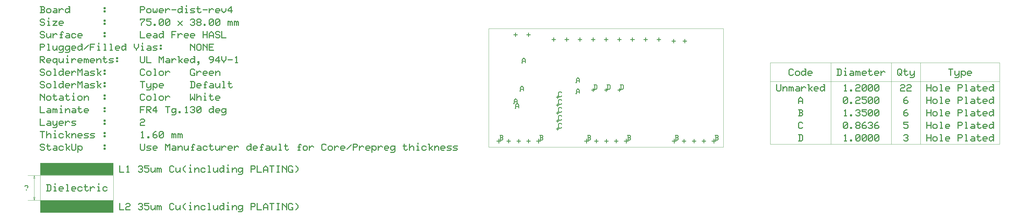
<source format=gbr>
G04 Generated by CADint PCB *
%FSLAX44Y44*%
%MOMM*%
%IPPOS*%
%ADD12C,0.010000*%
%ADD11C,0.225000*%
%ADD10C,0.250000*%
%ADD14C,0.300000*%
%ADD13R,23.332800X4.000000*%
%LNDrill_Template*%
%LPD*%
D10*
X617800Y20000D02*
X629800D01*
X623800Y14000D02*
Y26000D01*
X649600Y20000D02*
X661600D01*
X655600Y14000D02*
Y26000D01*
X681400Y20000D02*
X693400D01*
X687400Y14000D02*
Y26000D01*
X712450Y20000D02*
X725950D01*
X719200Y13250D02*
Y26750D01*
D11*
X722575Y23375D02*
X730075D01*
X732575Y25875D01*
Y28375D01*
X730075Y30875D01*
X725075D01*
X730075D02*
X732575Y33375D01*
Y35875D01*
X730075Y38375D01*
X722575D01*
X725075D02*
Y23375D01*
D10*
X585250Y20000D02*
X598750D01*
X592000Y13250D02*
Y26750D01*
D11*
X595375Y23375D02*
X602875D01*
X605375Y25875D01*
Y28375D01*
X602875Y30875D01*
X597875D01*
X602875D02*
X605375Y33375D01*
Y35875D01*
X602875Y38375D01*
X595375D01*
X597875D02*
Y23375D01*
D10*
X337550Y20000D02*
X349550D01*
X343550Y14000D02*
Y26000D01*
X369350Y20000D02*
X381350D01*
X375350Y14000D02*
Y26000D01*
X401150Y20000D02*
X413150D01*
X407150Y14000D02*
Y26000D01*
X432200Y20000D02*
X445700D01*
X438950Y13250D02*
Y26750D01*
D11*
X442325Y23375D02*
X449825D01*
X452325Y25875D01*
Y28375D01*
X449825Y30875D01*
X444825D01*
X449825D02*
X452325Y33375D01*
Y35875D01*
X449825Y38375D01*
X442325D01*
X444825D02*
Y23375D01*
D10*
X305000Y20000D02*
X318500D01*
X311750Y13250D02*
Y26750D01*
D11*
X315125Y23375D02*
X322625D01*
X325125Y25875D01*
Y28375D01*
X322625Y30875D01*
X317625D01*
X322625D02*
X325125Y33375D01*
Y35875D01*
X322625Y38375D01*
X315125D01*
X317625D02*
Y23375D01*
D10*
X57300Y20000D02*
X69300D01*
X63300Y14000D02*
Y26000D01*
X89100Y20000D02*
X101100D01*
X95100Y14000D02*
Y26000D01*
X120900Y20000D02*
X132900D01*
X126900Y14000D02*
Y26000D01*
X151950Y20000D02*
X165450D01*
X158700Y13250D02*
Y26750D01*
D11*
X162075Y23375D02*
X169575D01*
X172075Y25875D01*
Y28375D01*
X169575Y30875D01*
X164575D01*
X169575D02*
X172075Y33375D01*
Y35875D01*
X169575Y38375D01*
X162075D01*
X164575D02*
Y23375D01*
D10*
X24750Y20000D02*
X38250D01*
X31500Y13250D02*
Y26750D01*
D11*
X34875Y23375D02*
X42375D01*
X44875Y25875D01*
Y28375D01*
X42375Y30875D01*
X37375D01*
X42375D02*
X44875Y33375D01*
Y35875D01*
X42375Y38375D01*
X34875D01*
X37375D02*
Y23375D01*
D10*
X215682Y160200D02*
X224318D01*
X220000Y155882D02*
Y164518D01*
D11*
X232159Y164859D02*
X229659Y162359D01*
X224659D01*
X222159Y164859D01*
Y174859D01*
X224659Y177359D01*
X229659D01*
X232159Y174859D01*
D10*
X215682Y135200D02*
X224318D01*
X220000Y130882D02*
Y139518D01*
D11*
X232159Y139859D02*
X229659Y137359D01*
X224659D01*
X222159Y139859D01*
Y149859D01*
X224659Y152359D01*
X229659D01*
X232159Y149859D01*
D10*
X215682Y109800D02*
X224318D01*
X220000Y105482D02*
Y114118D01*
D11*
X232159Y114459D02*
X229659Y111959D01*
X224659D01*
X222159Y114459D01*
Y124459D01*
X224659Y126959D01*
X229659D01*
X232159Y124459D01*
D10*
X215682Y84400D02*
X224318D01*
X220000Y80082D02*
Y88718D01*
D11*
X232159Y89059D02*
X229659Y86559D01*
X224659D01*
X222159Y89059D01*
Y99059D01*
X224659Y101559D01*
X229659D01*
X232159Y99059D01*
D10*
X215682Y59000D02*
X224318D01*
X220000Y54682D02*
Y63318D01*
D11*
X232159Y63659D02*
X229659Y61159D01*
X224659D01*
X222159Y63659D01*
Y73659D01*
X224659Y76159D01*
X229659D01*
X232159Y73659D01*
D10*
X620000Y340000D02*
X632000D01*
X626000Y334000D02*
Y346000D01*
X585000Y340000D02*
X597000D01*
X591000Y334000D02*
Y346000D01*
X79000Y360000D02*
X91000D01*
X85000Y354000D02*
Y366000D01*
X537000Y345000D02*
X549000D01*
X543000Y339000D02*
Y351000D01*
X495000Y345000D02*
X507000D01*
X501000Y339000D02*
Y351000D01*
X453000Y345000D02*
X465000D01*
X459000Y339000D02*
Y351000D01*
X411000Y345000D02*
X423000D01*
X417000Y339000D02*
Y351000D01*
X369000Y345000D02*
X381000D01*
X375000Y339000D02*
Y351000D01*
X327000Y345000D02*
X339000D01*
X333000Y339000D02*
Y351000D01*
X285000Y345000D02*
X297000D01*
X291000Y339000D02*
Y351000D01*
X243000Y345000D02*
X255000D01*
X249000Y339000D02*
Y351000D01*
X201000Y345000D02*
X213000D01*
X207000Y339000D02*
Y351000D01*
X121000Y360000D02*
X133000D01*
X127000Y354000D02*
Y366000D01*
D12*
X750000Y0D02*
X0D01*
Y380000D01*
X750000D01*
Y0D01*
D10*
X104750Y270000D02*
X107250D01*
X106000Y268750D02*
Y271250D01*
D11*
X106625Y270625D02*
Y280625D01*
X111625Y285625D01*
X116625Y280625D01*
Y270625D01*
Y275625D02*
X106625D01*
D10*
X78750Y140000D02*
X81250D01*
X80000Y138750D02*
Y141250D01*
D11*
X80625Y140625D02*
Y150625D01*
X85625Y155625D01*
X90625Y150625D01*
Y140625D01*
Y145625D02*
X80625D01*
D10*
X277750Y207000D02*
X280250D01*
X279000Y205750D02*
Y208250D01*
D11*
X279625Y207625D02*
Y217625D01*
X284625Y222625D01*
X289625Y217625D01*
Y207625D01*
Y212625D02*
X279625D01*
D10*
X277750Y172000D02*
X280250D01*
X279000Y170750D02*
Y173250D01*
D11*
X279625Y172625D02*
Y182625D01*
X284625Y187625D01*
X289625Y182625D01*
Y172625D01*
Y177625D02*
X279625D01*
D10*
X328000Y183000D02*
X338000D01*
X333000Y178000D02*
Y188000D01*
D11*
X335500Y185500D02*
X343000D01*
X345500Y188000D01*
Y198000D01*
X343000Y200500D01*
X335500D01*
X338000D02*
Y185500D01*
D10*
X370000Y183000D02*
X380000D01*
X375000Y178000D02*
Y188000D01*
D11*
X377500Y185500D02*
X385000D01*
X387500Y188000D01*
Y198000D01*
X385000Y200500D01*
X377500D01*
X380000D02*
Y185500D01*
D10*
X412000Y183000D02*
X422000D01*
X417000Y178000D02*
Y188000D01*
D11*
X419500Y185500D02*
X427000D01*
X429500Y188000D01*
Y198000D01*
X427000Y200500D01*
X419500D01*
X422000D02*
Y185500D01*
D10*
X83750Y125000D02*
X86250D01*
X85000Y123750D02*
Y126250D01*
D11*
X85625Y125625D02*
Y135625D01*
X90625Y140625D01*
X95625Y135625D01*
Y125625D01*
Y130625D02*
X85625D01*
D10*
X98750Y180000D02*
X101250D01*
X100000Y178750D02*
Y181250D01*
D11*
X100625Y180625D02*
Y190625D01*
X105625Y195625D01*
X110625Y190625D01*
Y180625D01*
Y185625D02*
X100625D01*
D14*
X-1433300Y430000D02*
X-1423300D01*
X-1419967Y433333D01*
Y436667D01*
X-1423300Y440000D01*
X-1429967D01*
X-1423300D02*
X-1419967Y443333D01*
Y446667D01*
X-1423300Y450000D01*
X-1433300D01*
X-1429967D02*
Y430000D01*
X-1413300Y433333D02*
Y440000D01*
X-1409967Y443333D01*
X-1403301D01*
X-1399967Y440000D01*
Y433333D01*
X-1403301Y430000D01*
X-1409967D01*
X-1413300Y433333D01*
X-1389968Y443333D02*
X-1383301D01*
X-1379968Y440000D01*
Y430000D01*
Y433333D02*
X-1383301Y430000D01*
X-1389968D01*
X-1393301Y433333D01*
X-1389968Y436667D01*
X-1379968D01*
X-1373301Y430000D02*
Y443333D01*
Y436667D02*
X-1366635Y443333D01*
X-1363302D01*
X-1359968Y440000D01*
X-1339969Y436667D02*
X-1346635Y430000D01*
X-1349969D01*
X-1353302Y433333D01*
Y440000D01*
X-1349969Y443333D01*
X-1343302D01*
X-1339969Y440000D01*
X-1343302Y450000D02*
X-1339969D01*
Y430000D01*
X-1229972Y443333D02*
Y446667D01*
X-1226638D01*
Y443333D01*
X-1229972D01*
Y436667D02*
X-1226638D01*
Y433333D01*
X-1229972D01*
Y436667D01*
X-1113308Y430000D02*
Y450000D01*
X-1103308D01*
X-1099975Y446667D01*
Y443333D01*
X-1103308Y440000D01*
X-1113308D01*
X-1093308Y433333D02*
Y440000D01*
X-1089975Y443333D01*
X-1083309D01*
X-1079975Y440000D01*
Y433333D01*
X-1083309Y430000D01*
X-1089975D01*
X-1093308Y433333D01*
X-1073309Y443333D02*
Y433333D01*
X-1069976Y430000D01*
X-1066642Y433333D01*
Y436667D01*
Y433333D02*
X-1063309Y430000D01*
X-1059976Y433333D01*
Y443333D01*
X-1053309Y436667D02*
X-1039976D01*
Y440000D01*
X-1043310Y443333D01*
X-1049976D01*
X-1053309Y440000D01*
Y433333D01*
X-1049976Y430000D01*
X-1043310D01*
X-1033310D02*
Y443333D01*
Y436667D02*
X-1026643Y443333D01*
X-1023310D01*
X-1019977Y440000D01*
X-1013310D02*
X-999977D01*
X-979978Y436667D02*
X-986644Y430000D01*
X-989978D01*
X-993311Y433333D01*
Y440000D01*
X-989978Y443333D01*
X-983311D01*
X-979978Y440000D01*
X-983311Y450000D02*
X-979978D01*
Y430000D01*
X-969978D02*
X-963312D01*
X-966645D02*
Y443333D01*
X-969978D01*
X-966645Y450000D02*
Y453333D01*
X-953312Y430000D02*
X-943312D01*
X-939979Y433333D01*
X-943312Y436667D01*
X-949979D01*
X-953312Y440000D01*
X-949979Y443333D01*
X-939979D01*
X-933312D02*
X-923313D01*
X-929979Y450000D02*
Y433333D01*
X-926646Y430000D01*
X-923313D01*
X-919979Y433333D01*
X-913313Y440000D02*
X-899980D01*
X-893313Y430000D02*
Y443333D01*
Y436667D02*
X-886647Y443333D01*
X-883314D01*
X-879980Y440000D01*
X-873314Y436667D02*
X-859981D01*
Y440000D01*
X-863314Y443333D01*
X-869981D01*
X-873314Y440000D01*
Y433333D01*
X-869981Y430000D01*
X-863314D01*
X-853314Y443333D02*
Y436667D01*
X-846648Y430000D01*
X-839981Y436667D01*
Y443333D01*
X-819982Y436667D02*
X-833315D01*
Y440000D01*
X-823315Y450000D01*
Y430000D01*
X-1433300Y393333D02*
X-1429967Y390000D01*
X-1423300D01*
X-1419967Y393333D01*
Y396667D01*
X-1423300Y400000D01*
X-1429967D01*
X-1433300Y403333D01*
Y406667D01*
X-1429967Y410000D01*
X-1423300D01*
X-1419967Y406667D01*
X-1409967Y390000D02*
X-1403301D01*
X-1406634D02*
Y403333D01*
X-1409967D01*
X-1406634Y410000D02*
Y413333D01*
X-1393301Y403333D02*
X-1379968D01*
X-1393301Y390000D01*
X-1379968D01*
X-1373301Y396667D02*
X-1359968D01*
Y400000D01*
X-1363302Y403333D01*
X-1369968D01*
X-1373301Y400000D01*
Y393333D01*
X-1369968Y390000D01*
X-1363302D01*
X-1229972Y403333D02*
Y406667D01*
X-1226638D01*
Y403333D01*
X-1229972D01*
Y396667D02*
X-1226638D01*
Y393333D01*
X-1229972D01*
Y396667D01*
X-1109975Y390000D02*
Y396667D01*
X-1099975Y406667D01*
Y410000D01*
X-1113308D01*
Y406667D01*
X-1093308Y393333D02*
X-1089975Y390000D01*
X-1083309D01*
X-1079975Y393333D01*
Y400000D01*
X-1083309Y403333D01*
X-1093308D01*
Y410000D01*
X-1079975D01*
X-1069976Y390000D02*
Y393333D01*
X-1066642D01*
Y390000D01*
X-1069976D01*
X-1053309Y393333D02*
Y406667D01*
X-1049976Y410000D01*
X-1043310D01*
X-1039976Y406667D01*
Y393333D01*
X-1043310Y390000D01*
X-1049976D01*
X-1053309Y393333D01*
X-1039976Y406667D01*
X-1033310Y393333D02*
Y406667D01*
X-1029977Y410000D01*
X-1023310D01*
X-1019977Y406667D01*
Y393333D01*
X-1023310Y390000D01*
X-1029977D01*
X-1033310Y393333D01*
X-1019977Y406667D01*
X-993311Y390000D02*
X-979978Y403333D01*
X-993311D02*
X-979978Y390000D01*
X-953312Y406667D02*
X-949979Y410000D01*
X-943312D01*
X-939979Y406667D01*
Y403333D01*
X-943312Y400000D01*
X-946645D01*
X-943312D02*
X-939979Y396667D01*
Y393333D01*
X-943312Y390000D01*
X-949979D01*
X-953312Y393333D01*
X-933312D02*
Y396667D01*
X-929979Y400000D01*
X-923313D01*
X-919979Y403333D01*
Y406667D01*
X-923313Y410000D01*
X-929979D01*
X-933312Y406667D01*
Y403333D01*
X-929979Y400000D01*
X-923313D02*
X-919979Y396667D01*
Y393333D01*
X-923313Y390000D01*
X-929979D01*
X-933312Y393333D01*
X-909980Y390000D02*
Y393333D01*
X-906646D01*
Y390000D01*
X-909980D01*
X-893313Y393333D02*
Y406667D01*
X-889980Y410000D01*
X-883314D01*
X-879980Y406667D01*
Y393333D01*
X-883314Y390000D01*
X-889980D01*
X-893313Y393333D01*
X-879980Y406667D01*
X-873314Y393333D02*
Y406667D01*
X-869981Y410000D01*
X-863314D01*
X-859981Y406667D01*
Y393333D01*
X-863314Y390000D01*
X-869981D01*
X-873314Y393333D01*
X-859981Y406667D01*
X-833315Y390000D02*
Y403333D01*
Y400000D02*
X-829982Y403333D01*
X-826648Y400000D01*
Y390000D01*
Y400000D02*
X-823315Y403333D01*
X-819982Y400000D01*
Y390000D01*
X-813315D02*
Y403333D01*
Y400000D02*
X-809982Y403333D01*
X-806649Y400000D01*
Y390000D01*
Y400000D02*
X-803316Y403333D01*
X-799982Y400000D01*
Y390000D01*
X-1433300Y353333D02*
X-1429967Y350000D01*
X-1423300D01*
X-1419967Y353333D01*
Y356667D01*
X-1423300Y360000D01*
X-1429967D01*
X-1433300Y363333D01*
Y366667D01*
X-1429967Y370000D01*
X-1423300D01*
X-1419967Y366667D01*
X-1413300Y363333D02*
Y353333D01*
X-1409967Y350000D01*
X-1406634D01*
X-1399967Y356667D01*
Y363333D02*
Y350000D01*
X-1393301D02*
Y363333D01*
Y356667D02*
X-1386634Y363333D01*
X-1383301D01*
X-1379968Y360000D01*
X-1359968Y366667D02*
X-1363302Y370000D01*
X-1366635Y366667D01*
Y350000D01*
X-1363302D02*
X-1369968D01*
Y360000D02*
X-1363302D01*
X-1349969Y363333D02*
X-1343302D01*
X-1339969Y360000D01*
Y350000D01*
Y353333D02*
X-1343302Y350000D01*
X-1349969D01*
X-1353302Y353333D01*
X-1349969Y356667D01*
X-1339969D01*
X-1319969Y360000D02*
X-1323303Y363333D01*
X-1329969D01*
X-1333302Y360000D01*
Y353333D01*
X-1329969Y350000D01*
X-1323303D01*
X-1319969Y353333D01*
X-1313303Y356667D02*
X-1299970D01*
Y360000D01*
X-1303303Y363333D01*
X-1309970D01*
X-1313303Y360000D01*
Y353333D01*
X-1309970Y350000D01*
X-1303303D01*
X-1229972Y363333D02*
Y366667D01*
X-1226638D01*
Y363333D01*
X-1229972D01*
Y356667D02*
X-1226638D01*
Y353333D01*
X-1229972D01*
Y356667D01*
X-1113308Y370000D02*
Y350000D01*
X-1099975D01*
X-1093308Y356667D02*
X-1079975D01*
Y360000D01*
X-1083309Y363333D01*
X-1089975D01*
X-1093308Y360000D01*
Y353333D01*
X-1089975Y350000D01*
X-1083309D01*
X-1069976Y363333D02*
X-1063309D01*
X-1059976Y360000D01*
Y350000D01*
Y353333D02*
X-1063309Y350000D01*
X-1069976D01*
X-1073309Y353333D01*
X-1069976Y356667D01*
X-1059976D01*
X-1039976D02*
X-1046643Y350000D01*
X-1049976D01*
X-1053309Y353333D01*
Y360000D01*
X-1049976Y363333D01*
X-1043310D01*
X-1039976Y360000D01*
X-1043310Y370000D02*
X-1039976D01*
Y350000D01*
X-1013310D02*
Y370000D01*
X-999977D01*
X-1013310Y360000D02*
X-1003311D01*
X-993311Y350000D02*
Y363333D01*
Y356667D02*
X-986644Y363333D01*
X-983311D01*
X-979978Y360000D01*
X-973311Y356667D02*
X-959978D01*
Y360000D01*
X-963312Y363333D01*
X-969978D01*
X-973311Y360000D01*
Y353333D01*
X-969978Y350000D01*
X-963312D01*
X-953312Y356667D02*
X-939979D01*
Y360000D01*
X-943312Y363333D01*
X-949979D01*
X-953312Y360000D01*
Y353333D01*
X-949979Y350000D01*
X-943312D01*
X-913313D02*
Y370000D01*
Y360000D02*
X-899980D01*
Y370000D02*
Y350000D01*
X-893313D02*
Y363333D01*
X-886647Y370000D01*
X-879980Y363333D01*
Y350000D01*
Y356667D02*
X-893313D01*
X-873314Y353333D02*
X-869981Y350000D01*
X-863314D01*
X-859981Y353333D01*
Y356667D01*
X-863314Y360000D01*
X-869981D01*
X-873314Y363333D01*
Y366667D01*
X-869981Y370000D01*
X-863314D01*
X-859981Y366667D01*
X-853314Y370000D02*
Y350000D01*
X-839981D01*
X-1433300Y310000D02*
Y330000D01*
X-1423300D01*
X-1419967Y326667D01*
Y323333D01*
X-1423300Y320000D01*
X-1433300D01*
X-1409967Y330000D02*
X-1406634D01*
Y310000D01*
X-1409967D02*
X-1403301D01*
X-1393301Y323333D02*
Y313333D01*
X-1389968Y310000D01*
X-1386634D01*
X-1379968Y316667D01*
Y323333D02*
Y310000D01*
X-1359968Y320000D02*
X-1363302Y323333D01*
X-1369968D01*
X-1373301Y320000D01*
Y313333D01*
X-1369968Y310000D01*
X-1366635D01*
X-1359968Y316667D01*
Y323333D02*
Y306667D01*
X-1363302Y303333D01*
X-1373301D01*
X-1339969Y320000D02*
X-1343302Y323333D01*
X-1349969D01*
X-1353302Y320000D01*
Y313333D01*
X-1349969Y310000D01*
X-1346635D01*
X-1339969Y316667D01*
Y323333D02*
Y306667D01*
X-1343302Y303333D01*
X-1353302D01*
X-1333302Y316667D02*
X-1319969D01*
Y320000D01*
X-1323303Y323333D01*
X-1329969D01*
X-1333302Y320000D01*
Y313333D01*
X-1329969Y310000D01*
X-1323303D01*
X-1299970Y316667D02*
X-1306636Y310000D01*
X-1309970D01*
X-1313303Y313333D01*
Y320000D01*
X-1309970Y323333D01*
X-1303303D01*
X-1299970Y320000D01*
X-1303303Y330000D02*
X-1299970D01*
Y310000D01*
X-1293303Y313333D02*
X-1279970Y326667D01*
X-1273304Y310000D02*
Y330000D01*
X-1259971D01*
X-1273304Y320000D02*
X-1263304D01*
X-1249971Y310000D02*
X-1243305D01*
X-1246638D02*
Y323333D01*
X-1249971D01*
X-1246638Y330000D02*
Y333333D01*
X-1229972Y330000D02*
X-1226638D01*
Y310000D01*
X-1229972D02*
X-1223305D01*
X-1209972Y330000D02*
X-1206639D01*
Y310000D01*
X-1209972D02*
X-1203306D01*
X-1193306Y316667D02*
X-1179973D01*
Y320000D01*
X-1183306Y323333D01*
X-1189973D01*
X-1193306Y320000D01*
Y313333D01*
X-1189973Y310000D01*
X-1183306D01*
X-1159973Y316667D02*
X-1166640Y310000D01*
X-1169973D01*
X-1173306Y313333D01*
Y320000D01*
X-1169973Y323333D01*
X-1163307D01*
X-1159973Y320000D01*
X-1163307Y330000D02*
X-1159973D01*
Y310000D01*
X-1133307Y330000D02*
Y320000D01*
X-1126641Y313333D01*
Y310000D01*
Y313333D02*
X-1119974Y320000D01*
Y330000D01*
X-1109975Y310000D02*
X-1103308D01*
X-1106641D02*
Y323333D01*
X-1109975D01*
X-1106641Y330000D02*
Y333333D01*
X-1089975Y323333D02*
X-1083309D01*
X-1079975Y320000D01*
Y310000D01*
Y313333D02*
X-1083309Y310000D01*
X-1089975D01*
X-1093308Y313333D01*
X-1089975Y316667D01*
X-1079975D01*
X-1073309Y310000D02*
X-1063309D01*
X-1059976Y313333D01*
X-1063309Y316667D01*
X-1069976D01*
X-1073309Y320000D01*
X-1069976Y323333D01*
X-1059976D01*
X-1049976D02*
Y326667D01*
X-1046643D01*
Y323333D01*
X-1049976D01*
Y316667D02*
X-1046643D01*
Y313333D01*
X-1049976D01*
Y316667D01*
X-953312Y310000D02*
Y330000D01*
X-939979Y316667D01*
Y330000D02*
Y310000D01*
X-933312Y313333D02*
Y326667D01*
X-929979Y330000D01*
X-923313D01*
X-919979Y326667D01*
Y313333D01*
X-923313Y310000D01*
X-929979D01*
X-933312Y313333D01*
X-913313Y310000D02*
Y330000D01*
X-899980Y316667D01*
Y330000D02*
Y310000D01*
X-879980D02*
X-893313D01*
Y330000D01*
X-879980D01*
X-893313Y320000D02*
X-883314D01*
X-1433300Y270000D02*
Y290000D01*
X-1423300D01*
X-1419967Y286667D01*
Y283333D01*
X-1423300Y280000D01*
X-1433300D01*
X-1429967D02*
X-1419967Y270000D01*
X-1413300Y276667D02*
X-1399967D01*
Y280000D01*
X-1403301Y283333D01*
X-1409967D01*
X-1413300Y280000D01*
Y273333D01*
X-1409967Y270000D01*
X-1403301D01*
X-1379968Y276667D02*
X-1386634Y270000D01*
X-1389968D01*
X-1393301Y273333D01*
Y280000D01*
X-1389968Y283333D01*
X-1383301D01*
X-1379968Y280000D01*
Y283333D02*
Y263333D01*
X-1373301Y283333D02*
Y273333D01*
X-1369968Y270000D01*
X-1366635D01*
X-1359968Y276667D01*
Y283333D02*
Y270000D01*
X-1349969D02*
X-1343302D01*
X-1346635D02*
Y283333D01*
X-1349969D01*
X-1346635Y290000D02*
Y293333D01*
X-1333302Y270000D02*
Y283333D01*
Y276667D02*
X-1326636Y283333D01*
X-1323303D01*
X-1319969Y280000D01*
X-1313303Y276667D02*
X-1299970D01*
Y280000D01*
X-1303303Y283333D01*
X-1309970D01*
X-1313303Y280000D01*
Y273333D01*
X-1309970Y270000D01*
X-1303303D01*
X-1293303D02*
Y283333D01*
Y280000D02*
X-1289970Y283333D01*
X-1286637Y280000D01*
Y270000D01*
Y280000D02*
X-1283304Y283333D01*
X-1279970Y280000D01*
Y270000D01*
X-1273304Y276667D02*
X-1259971D01*
Y280000D01*
X-1263304Y283333D01*
X-1269971D01*
X-1273304Y280000D01*
Y273333D01*
X-1269971Y270000D01*
X-1263304D01*
X-1253304D02*
Y283333D01*
Y276667D02*
X-1246638Y283333D01*
X-1243305D01*
X-1239971Y280000D01*
Y270000D01*
X-1233305Y283333D02*
X-1223305D01*
X-1229972Y290000D02*
Y273333D01*
X-1226638Y270000D01*
X-1223305D01*
X-1219972Y273333D01*
X-1213305Y270000D02*
X-1203306D01*
X-1199972Y273333D01*
X-1203306Y276667D01*
X-1209972D01*
X-1213305Y280000D01*
X-1209972Y283333D01*
X-1199972D01*
X-1189973D02*
Y286667D01*
X-1186639D01*
Y283333D01*
X-1189973D01*
Y276667D02*
X-1186639D01*
Y273333D01*
X-1189973D01*
Y276667D01*
X-1113308Y290000D02*
Y273333D01*
X-1109975Y270000D01*
X-1103308D01*
X-1099975Y273333D01*
Y290000D01*
X-1093308D02*
Y270000D01*
X-1079975D01*
X-1053309D02*
Y290000D01*
X-1046643Y283333D01*
Y280000D01*
Y283333D02*
X-1039976Y290000D01*
Y270000D01*
X-1029977Y283333D02*
X-1023310D01*
X-1019977Y280000D01*
Y270000D01*
Y273333D02*
X-1023310Y270000D01*
X-1029977D01*
X-1033310Y273333D01*
X-1029977Y276667D01*
X-1019977D01*
X-1013310Y270000D02*
Y283333D01*
Y276667D02*
X-1006644Y283333D01*
X-1003311D01*
X-999977Y280000D01*
X-989978Y270000D02*
Y290000D01*
X-993311D01*
X-979978Y283333D02*
X-986644Y276667D01*
X-989978D01*
X-986644D02*
X-979978Y270000D01*
X-973311Y276667D02*
X-959978D01*
Y280000D01*
X-963312Y283333D01*
X-969978D01*
X-973311Y280000D01*
Y273333D01*
X-969978Y270000D01*
X-963312D01*
X-939979Y276667D02*
X-946645Y270000D01*
X-949979D01*
X-953312Y273333D01*
Y280000D01*
X-949979Y283333D01*
X-943312D01*
X-939979Y280000D01*
X-943312Y290000D02*
X-939979D01*
Y270000D01*
X-926646D02*
X-929979D01*
Y273333D01*
X-926646D01*
Y266667D01*
X-929979Y263333D01*
X-889980Y270000D02*
X-886647D01*
X-879980Y276667D01*
Y286667D01*
X-883314Y290000D01*
X-889980D01*
X-893313Y286667D01*
Y283333D01*
X-889980Y280000D01*
X-883314D01*
X-879980Y283333D01*
X-859981Y276667D02*
X-873314D01*
Y280000D01*
X-863314Y290000D01*
Y270000D01*
X-853314Y290000D02*
Y280000D01*
X-846648Y273333D01*
Y270000D01*
Y273333D02*
X-839981Y280000D01*
Y290000D01*
X-833315Y280000D02*
X-819982D01*
X-809982Y270000D02*
X-803316D01*
X-806649D02*
Y290000D01*
X-809982Y286667D01*
X-1433300Y233333D02*
X-1429967Y230000D01*
X-1423300D01*
X-1419967Y233333D01*
Y236667D01*
X-1423300Y240000D01*
X-1429967D01*
X-1433300Y243333D01*
Y246667D01*
X-1429967Y250000D01*
X-1423300D01*
X-1419967Y246667D01*
X-1413300Y233333D02*
Y240000D01*
X-1409967Y243333D01*
X-1403301D01*
X-1399967Y240000D01*
Y233333D01*
X-1403301Y230000D01*
X-1409967D01*
X-1413300Y233333D01*
X-1389968Y250000D02*
X-1386634D01*
Y230000D01*
X-1389968D02*
X-1383301D01*
X-1359968Y236667D02*
X-1366635Y230000D01*
X-1369968D01*
X-1373301Y233333D01*
Y240000D01*
X-1369968Y243333D01*
X-1363302D01*
X-1359968Y240000D01*
X-1363302Y250000D02*
X-1359968D01*
Y230000D01*
X-1353302Y236667D02*
X-1339969D01*
Y240000D01*
X-1343302Y243333D01*
X-1349969D01*
X-1353302Y240000D01*
Y233333D01*
X-1349969Y230000D01*
X-1343302D01*
X-1333302D02*
Y243333D01*
Y236667D02*
X-1326636Y243333D01*
X-1323303D01*
X-1319969Y240000D01*
X-1313303Y230000D02*
Y250000D01*
X-1306636Y243333D01*
Y240000D01*
Y243333D02*
X-1299970Y250000D01*
Y230000D01*
X-1289970Y243333D02*
X-1283304D01*
X-1279970Y240000D01*
Y230000D01*
Y233333D02*
X-1283304Y230000D01*
X-1289970D01*
X-1293303Y233333D01*
X-1289970Y236667D01*
X-1279970D01*
X-1273304Y230000D02*
X-1263304D01*
X-1259971Y233333D01*
X-1263304Y236667D01*
X-1269971D01*
X-1273304Y240000D01*
X-1269971Y243333D01*
X-1259971D01*
X-1249971Y230000D02*
Y250000D01*
X-1253304D01*
X-1239971Y243333D02*
X-1246638Y236667D01*
X-1249971D01*
X-1246638D02*
X-1239971Y230000D01*
X-1229972Y243333D02*
Y246667D01*
X-1226638D01*
Y243333D01*
X-1229972D01*
Y236667D02*
X-1226638D01*
Y233333D01*
X-1229972D01*
Y236667D01*
X-1099975Y233333D02*
X-1103308Y230000D01*
X-1109975D01*
X-1113308Y233333D01*
Y246667D01*
X-1109975Y250000D01*
X-1103308D01*
X-1099975Y246667D01*
X-1093308Y233333D02*
Y240000D01*
X-1089975Y243333D01*
X-1083309D01*
X-1079975Y240000D01*
Y233333D01*
X-1083309Y230000D01*
X-1089975D01*
X-1093308Y233333D01*
X-1069976Y250000D02*
X-1066642D01*
Y230000D01*
X-1069976D02*
X-1063309D01*
X-1053309Y233333D02*
Y240000D01*
X-1049976Y243333D01*
X-1043310D01*
X-1039976Y240000D01*
Y233333D01*
X-1043310Y230000D01*
X-1049976D01*
X-1053309Y233333D01*
X-1033310Y230000D02*
Y243333D01*
Y236667D02*
X-1026643Y243333D01*
X-1023310D01*
X-1019977Y240000D01*
X-939979Y246667D02*
X-943312Y250000D01*
X-949979D01*
X-953312Y246667D01*
Y233333D01*
X-949979Y230000D01*
X-939979D01*
Y236667D01*
X-943312D01*
X-933312Y230000D02*
Y243333D01*
Y236667D02*
X-926646Y243333D01*
X-923313D01*
X-919979Y240000D01*
X-913313Y236667D02*
X-899980D01*
Y240000D01*
X-903313Y243333D01*
X-909980D01*
X-913313Y240000D01*
Y233333D01*
X-909980Y230000D01*
X-903313D01*
X-893313Y236667D02*
X-879980D01*
Y240000D01*
X-883314Y243333D01*
X-889980D01*
X-893313Y240000D01*
Y233333D01*
X-889980Y230000D01*
X-883314D01*
X-873314D02*
Y243333D01*
Y236667D02*
X-866647Y243333D01*
X-863314D01*
X-859981Y240000D01*
Y230000D01*
X-1433300Y193333D02*
X-1429967Y190000D01*
X-1423300D01*
X-1419967Y193333D01*
Y196667D01*
X-1423300Y200000D01*
X-1429967D01*
X-1433300Y203333D01*
Y206667D01*
X-1429967Y210000D01*
X-1423300D01*
X-1419967Y206667D01*
X-1413300Y193333D02*
Y200000D01*
X-1409967Y203333D01*
X-1403301D01*
X-1399967Y200000D01*
Y193333D01*
X-1403301Y190000D01*
X-1409967D01*
X-1413300Y193333D01*
X-1389968Y210000D02*
X-1386634D01*
Y190000D01*
X-1389968D02*
X-1383301D01*
X-1359968Y196667D02*
X-1366635Y190000D01*
X-1369968D01*
X-1373301Y193333D01*
Y200000D01*
X-1369968Y203333D01*
X-1363302D01*
X-1359968Y200000D01*
X-1363302Y210000D02*
X-1359968D01*
Y190000D01*
X-1353302Y196667D02*
X-1339969D01*
Y200000D01*
X-1343302Y203333D01*
X-1349969D01*
X-1353302Y200000D01*
Y193333D01*
X-1349969Y190000D01*
X-1343302D01*
X-1333302D02*
Y203333D01*
Y196667D02*
X-1326636Y203333D01*
X-1323303D01*
X-1319969Y200000D01*
X-1313303Y190000D02*
Y210000D01*
X-1306636Y203333D01*
Y200000D01*
Y203333D02*
X-1299970Y210000D01*
Y190000D01*
X-1289970Y203333D02*
X-1283304D01*
X-1279970Y200000D01*
Y190000D01*
Y193333D02*
X-1283304Y190000D01*
X-1289970D01*
X-1293303Y193333D01*
X-1289970Y196667D01*
X-1279970D01*
X-1273304Y190000D02*
X-1263304D01*
X-1259971Y193333D01*
X-1263304Y196667D01*
X-1269971D01*
X-1273304Y200000D01*
X-1269971Y203333D01*
X-1259971D01*
X-1249971Y190000D02*
Y210000D01*
X-1253304D01*
X-1239971Y203333D02*
X-1246638Y196667D01*
X-1249971D01*
X-1246638D02*
X-1239971Y190000D01*
X-1229972Y203333D02*
Y206667D01*
X-1226638D01*
Y203333D01*
X-1229972D01*
Y196667D02*
X-1226638D01*
Y193333D01*
X-1229972D01*
Y196667D01*
X-1106641Y190000D02*
Y210000D01*
X-1113308D02*
X-1099975D01*
X-1093308Y203333D02*
Y193333D01*
X-1089975Y190000D01*
X-1086642D01*
X-1079975Y196667D01*
Y203333D02*
Y186667D01*
X-1083309Y183333D01*
X-1093308D01*
X-1073309D02*
Y203333D01*
Y200000D02*
X-1069976Y203333D01*
X-1063309D01*
X-1059976Y200000D01*
Y193333D01*
X-1063309Y190000D01*
X-1066642D01*
X-1073309Y196667D01*
X-1053309D02*
X-1039976D01*
Y200000D01*
X-1043310Y203333D01*
X-1049976D01*
X-1053309Y200000D01*
Y193333D01*
X-1049976Y190000D01*
X-1043310D01*
X-953312D02*
X-943312D01*
X-939979Y193333D01*
Y206667D01*
X-943312Y210000D01*
X-953312D01*
X-949979D02*
Y190000D01*
X-933312Y196667D02*
X-919979D01*
Y200000D01*
X-923313Y203333D01*
X-929979D01*
X-933312Y200000D01*
Y193333D01*
X-929979Y190000D01*
X-923313D01*
X-899980Y206667D02*
X-903313Y210000D01*
X-906646Y206667D01*
Y190000D01*
X-903313D02*
X-909980D01*
Y200000D02*
X-903313D01*
X-889980Y203333D02*
X-883314D01*
X-879980Y200000D01*
Y190000D01*
Y193333D02*
X-883314Y190000D01*
X-889980D01*
X-893313Y193333D01*
X-889980Y196667D01*
X-879980D01*
X-873314Y203333D02*
Y193333D01*
X-869981Y190000D01*
X-866647D01*
X-859981Y196667D01*
Y203333D02*
Y190000D01*
X-849981Y210000D02*
X-846648D01*
Y190000D01*
X-849981D02*
X-843315D01*
X-833315Y203333D02*
X-823315D01*
X-829982Y210000D02*
Y193333D01*
X-826648Y190000D01*
X-823315D01*
X-819982Y193333D01*
X-1433300Y150000D02*
Y170000D01*
X-1419967Y156667D01*
Y170000D02*
Y150000D01*
X-1413300Y153333D02*
Y160000D01*
X-1409967Y163333D01*
X-1403301D01*
X-1399967Y160000D01*
Y153333D01*
X-1403301Y150000D01*
X-1409967D01*
X-1413300Y153333D01*
X-1393301Y163333D02*
X-1383301D01*
X-1389968Y170000D02*
Y153333D01*
X-1386634Y150000D01*
X-1383301D01*
X-1379968Y153333D01*
X-1369968Y163333D02*
X-1363302D01*
X-1359968Y160000D01*
Y150000D01*
Y153333D02*
X-1363302Y150000D01*
X-1369968D01*
X-1373301Y153333D01*
X-1369968Y156667D01*
X-1359968D01*
X-1353302Y163333D02*
X-1343302D01*
X-1349969Y170000D02*
Y153333D01*
X-1346635Y150000D01*
X-1343302D01*
X-1339969Y153333D01*
X-1329969Y150000D02*
X-1323303D01*
X-1326636D02*
Y163333D01*
X-1329969D01*
X-1326636Y170000D02*
Y173333D01*
X-1313303Y153333D02*
Y160000D01*
X-1309970Y163333D01*
X-1303303D01*
X-1299970Y160000D01*
Y153333D01*
X-1303303Y150000D01*
X-1309970D01*
X-1313303Y153333D01*
X-1293303Y150000D02*
Y163333D01*
Y156667D02*
X-1286637Y163333D01*
X-1283304D01*
X-1279970Y160000D01*
Y150000D01*
X-1229972Y163333D02*
Y166667D01*
X-1226638D01*
Y163333D01*
X-1229972D01*
Y156667D02*
X-1226638D01*
Y153333D01*
X-1229972D01*
Y156667D01*
X-1099975Y153333D02*
X-1103308Y150000D01*
X-1109975D01*
X-1113308Y153333D01*
Y166667D01*
X-1109975Y170000D01*
X-1103308D01*
X-1099975Y166667D01*
X-1093308Y153333D02*
Y160000D01*
X-1089975Y163333D01*
X-1083309D01*
X-1079975Y160000D01*
Y153333D01*
X-1083309Y150000D01*
X-1089975D01*
X-1093308Y153333D01*
X-1069976Y170000D02*
X-1066642D01*
Y150000D01*
X-1069976D02*
X-1063309D01*
X-1053309Y153333D02*
Y160000D01*
X-1049976Y163333D01*
X-1043310D01*
X-1039976Y160000D01*
Y153333D01*
X-1043310Y150000D01*
X-1049976D01*
X-1053309Y153333D01*
X-1033310Y150000D02*
Y163333D01*
Y156667D02*
X-1026643Y163333D01*
X-1023310D01*
X-1019977Y160000D01*
X-953312Y170000D02*
Y150000D01*
X-946645Y156667D01*
Y160000D01*
Y156667D02*
X-939979Y150000D01*
Y170000D01*
X-933312Y150000D02*
Y170000D01*
Y156667D02*
X-926646Y163333D01*
X-923313D01*
X-919979Y160000D01*
Y150000D01*
X-909980D02*
X-903313D01*
X-906646D02*
Y163333D01*
X-909980D01*
X-906646Y170000D02*
Y173333D01*
X-893313Y163333D02*
X-883314D01*
X-889980Y170000D02*
Y153333D01*
X-886647Y150000D01*
X-883314D01*
X-879980Y153333D01*
X-873314Y156667D02*
X-859981D01*
Y160000D01*
X-863314Y163333D01*
X-869981D01*
X-873314Y160000D01*
Y153333D01*
X-869981Y150000D01*
X-863314D01*
X-1433300Y130000D02*
Y110000D01*
X-1419967D01*
X-1409967Y123333D02*
X-1403301D01*
X-1399967Y120000D01*
Y110000D01*
Y113333D02*
X-1403301Y110000D01*
X-1409967D01*
X-1413300Y113333D01*
X-1409967Y116667D01*
X-1399967D01*
X-1393301Y110000D02*
Y123333D01*
Y120000D02*
X-1389968Y123333D01*
X-1386634Y120000D01*
Y110000D01*
Y120000D02*
X-1383301Y123333D01*
X-1379968Y120000D01*
Y110000D01*
X-1369968D02*
X-1363302D01*
X-1366635D02*
Y123333D01*
X-1369968D01*
X-1366635Y130000D02*
Y133333D01*
X-1353302Y110000D02*
Y123333D01*
Y116667D02*
X-1346635Y123333D01*
X-1343302D01*
X-1339969Y120000D01*
Y110000D01*
X-1329969Y123333D02*
X-1323303D01*
X-1319969Y120000D01*
Y110000D01*
Y113333D02*
X-1323303Y110000D01*
X-1329969D01*
X-1333302Y113333D01*
X-1329969Y116667D01*
X-1319969D01*
X-1313303Y123333D02*
X-1303303D01*
X-1309970Y130000D02*
Y113333D01*
X-1306636Y110000D01*
X-1303303D01*
X-1299970Y113333D01*
X-1293303Y116667D02*
X-1279970D01*
Y120000D01*
X-1283304Y123333D01*
X-1289970D01*
X-1293303Y120000D01*
Y113333D01*
X-1289970Y110000D01*
X-1283304D01*
X-1229972Y123333D02*
Y126667D01*
X-1226638D01*
Y123333D01*
X-1229972D01*
Y116667D02*
X-1226638D01*
Y113333D01*
X-1229972D01*
Y116667D01*
X-1113308Y110000D02*
Y130000D01*
X-1099975D01*
X-1113308Y120000D02*
X-1103308D01*
X-1093308Y110000D02*
Y130000D01*
X-1083309D01*
X-1079975Y126667D01*
Y123333D01*
X-1083309Y120000D01*
X-1093308D01*
X-1089975D02*
X-1079975Y110000D01*
X-1059976Y116667D02*
X-1073309D01*
Y120000D01*
X-1063309Y130000D01*
Y110000D01*
X-1026643D02*
Y130000D01*
X-1033310D02*
X-1019977D01*
X-999977Y120000D02*
X-1003311Y123333D01*
X-1009977D01*
X-1013310Y120000D01*
Y113333D01*
X-1009977Y110000D01*
X-1006644D01*
X-999977Y116667D01*
Y123333D02*
Y106667D01*
X-1003311Y103333D01*
X-1013310D01*
X-989978Y110000D02*
Y113333D01*
X-986644D01*
Y110000D01*
X-989978D01*
X-969978D02*
X-963312D01*
X-966645D02*
Y130000D01*
X-969978Y126667D01*
X-953312D02*
X-949979Y130000D01*
X-943312D01*
X-939979Y126667D01*
Y123333D01*
X-943312Y120000D01*
X-946645D01*
X-943312D02*
X-939979Y116667D01*
Y113333D01*
X-943312Y110000D01*
X-949979D01*
X-953312Y113333D01*
X-933312D02*
Y126667D01*
X-929979Y130000D01*
X-923313D01*
X-919979Y126667D01*
Y113333D01*
X-923313Y110000D01*
X-929979D01*
X-933312Y113333D01*
X-919979Y126667D01*
X-879980Y116667D02*
X-886647Y110000D01*
X-889980D01*
X-893313Y113333D01*
Y120000D01*
X-889980Y123333D01*
X-883314D01*
X-879980Y120000D01*
X-883314Y130000D02*
X-879980D01*
Y110000D01*
X-873314Y116667D02*
X-859981D01*
Y120000D01*
X-863314Y123333D01*
X-869981D01*
X-873314Y120000D01*
Y113333D01*
X-869981Y110000D01*
X-863314D01*
X-839981Y120000D02*
X-843315Y123333D01*
X-849981D01*
X-853314Y120000D01*
Y113333D01*
X-849981Y110000D01*
X-846648D01*
X-839981Y116667D01*
Y123333D02*
Y106667D01*
X-843315Y103333D01*
X-853314D01*
X-1433300Y90000D02*
Y70000D01*
X-1419967D01*
X-1409967Y83333D02*
X-1403301D01*
X-1399967Y80000D01*
Y70000D01*
Y73333D02*
X-1403301Y70000D01*
X-1409967D01*
X-1413300Y73333D01*
X-1409967Y76667D01*
X-1399967D01*
X-1393301Y83333D02*
Y73333D01*
X-1389968Y70000D01*
X-1386634D01*
X-1379968Y76667D01*
Y83333D02*
Y66667D01*
X-1383301Y63333D01*
X-1393301D01*
X-1373301Y76667D02*
X-1359968D01*
Y80000D01*
X-1363302Y83333D01*
X-1369968D01*
X-1373301Y80000D01*
Y73333D01*
X-1369968Y70000D01*
X-1363302D01*
X-1353302D02*
Y83333D01*
Y76667D02*
X-1346635Y83333D01*
X-1343302D01*
X-1339969Y80000D01*
X-1333302Y70000D02*
X-1323303D01*
X-1319969Y73333D01*
X-1323303Y76667D01*
X-1329969D01*
X-1333302Y80000D01*
X-1329969Y83333D01*
X-1319969D01*
X-1229972D02*
Y86667D01*
X-1226638D01*
Y83333D01*
X-1229972D01*
Y76667D02*
X-1226638D01*
Y73333D01*
X-1229972D01*
Y76667D01*
X-1113308Y86667D02*
X-1109975Y90000D01*
X-1103308D01*
X-1099975Y86667D01*
Y83333D01*
X-1103308Y80000D01*
X-1109975D01*
X-1113308Y76667D01*
Y70000D01*
X-1099975D01*
X-1426633Y30000D02*
Y50000D01*
X-1433300D02*
X-1419967D01*
X-1413300Y30000D02*
Y50000D01*
Y36667D02*
X-1406634Y43333D01*
X-1403301D01*
X-1399967Y40000D01*
Y30000D01*
X-1389968D02*
X-1383301D01*
X-1386634D02*
Y43333D01*
X-1389968D01*
X-1386634Y50000D02*
Y53333D01*
X-1359968Y40000D02*
X-1363302Y43333D01*
X-1369968D01*
X-1373301Y40000D01*
Y33333D01*
X-1369968Y30000D01*
X-1363302D01*
X-1359968Y33333D01*
X-1349969Y30000D02*
Y50000D01*
X-1353302D01*
X-1339969Y43333D02*
X-1346635Y36667D01*
X-1349969D01*
X-1346635D02*
X-1339969Y30000D01*
X-1333302D02*
Y43333D01*
Y36667D02*
X-1326636Y43333D01*
X-1323303D01*
X-1319969Y40000D01*
Y30000D01*
X-1313303Y36667D02*
X-1299970D01*
Y40000D01*
X-1303303Y43333D01*
X-1309970D01*
X-1313303Y40000D01*
Y33333D01*
X-1309970Y30000D01*
X-1303303D01*
X-1293303D02*
X-1283304D01*
X-1279970Y33333D01*
X-1283304Y36667D01*
X-1289970D01*
X-1293303Y40000D01*
X-1289970Y43333D01*
X-1279970D01*
X-1273304Y30000D02*
X-1263304D01*
X-1259971Y33333D01*
X-1263304Y36667D01*
X-1269971D01*
X-1273304Y40000D01*
X-1269971Y43333D01*
X-1259971D01*
X-1229972D02*
Y46667D01*
X-1226638D01*
Y43333D01*
X-1229972D01*
Y36667D02*
X-1226638D01*
Y33333D01*
X-1229972D01*
Y36667D01*
X-1109975Y30000D02*
X-1103308D01*
X-1106641D02*
Y50000D01*
X-1109975Y46667D01*
X-1089975Y30000D02*
Y33333D01*
X-1086642D01*
Y30000D01*
X-1089975D01*
X-1073309Y36667D02*
X-1069976Y40000D01*
X-1063309D01*
X-1059976Y36667D01*
Y33333D01*
X-1063309Y30000D01*
X-1069976D01*
X-1073309Y33333D01*
Y43333D01*
X-1066642Y50000D01*
X-1063309D01*
X-1053309Y33333D02*
Y46667D01*
X-1049976Y50000D01*
X-1043310D01*
X-1039976Y46667D01*
Y33333D01*
X-1043310Y30000D01*
X-1049976D01*
X-1053309Y33333D01*
X-1039976Y46667D01*
X-1013310Y30000D02*
Y43333D01*
Y40000D02*
X-1009977Y43333D01*
X-1006644Y40000D01*
Y30000D01*
Y40000D02*
X-1003311Y43333D01*
X-999977Y40000D01*
Y30000D01*
X-993311D02*
Y43333D01*
Y40000D02*
X-989978Y43333D01*
X-986644Y40000D01*
Y30000D01*
Y40000D02*
X-983311Y43333D01*
X-979978Y40000D01*
Y30000D01*
X-1433300Y-6667D02*
X-1429967Y-10000D01*
X-1423300D01*
X-1419967Y-6667D01*
Y-3333D01*
X-1423300Y0D01*
X-1429967D01*
X-1433300Y3333D01*
Y6667D01*
X-1429967Y10000D01*
X-1423300D01*
X-1419967Y6667D01*
X-1413300Y3333D02*
X-1403301D01*
X-1409967Y10000D02*
Y-6667D01*
X-1406634Y-10000D01*
X-1403301D01*
X-1399967Y-6667D01*
X-1389968Y3333D02*
X-1383301D01*
X-1379968Y0D01*
Y-10000D01*
Y-6667D02*
X-1383301Y-10000D01*
X-1389968D01*
X-1393301Y-6667D01*
X-1389968Y-3333D01*
X-1379968D01*
X-1359968Y0D02*
X-1363302Y3333D01*
X-1369968D01*
X-1373301Y0D01*
Y-6667D01*
X-1369968Y-10000D01*
X-1363302D01*
X-1359968Y-6667D01*
X-1349969Y-10000D02*
Y10000D01*
X-1353302D01*
X-1339969Y3333D02*
X-1346635Y-3333D01*
X-1349969D01*
X-1346635D02*
X-1339969Y-10000D01*
X-1333302Y10000D02*
Y-6667D01*
X-1329969Y-10000D01*
X-1323303D01*
X-1319969Y-6667D01*
Y10000D01*
X-1313303Y-16667D02*
Y3333D01*
Y0D02*
X-1309970Y3333D01*
X-1303303D01*
X-1299970Y0D01*
Y-6667D01*
X-1303303Y-10000D01*
X-1306636D01*
X-1313303Y-3333D01*
X-1229972Y3333D02*
Y6667D01*
X-1226638D01*
Y3333D01*
X-1229972D01*
Y-3333D02*
X-1226638D01*
Y-6667D01*
X-1229972D01*
Y-3333D01*
X-1113308Y10000D02*
Y-6667D01*
X-1109975Y-10000D01*
X-1103308D01*
X-1099975Y-6667D01*
Y10000D01*
X-1093308Y-10000D02*
X-1083309D01*
X-1079975Y-6667D01*
X-1083309Y-3333D01*
X-1089975D01*
X-1093308Y0D01*
X-1089975Y3333D01*
X-1079975D01*
X-1073309Y-3333D02*
X-1059976D01*
Y0D01*
X-1063309Y3333D01*
X-1069976D01*
X-1073309Y0D01*
Y-6667D01*
X-1069976Y-10000D01*
X-1063309D01*
X-1033310D02*
Y10000D01*
X-1026643Y3333D01*
Y0D01*
Y3333D02*
X-1019977Y10000D01*
Y-10000D01*
X-1009977Y3333D02*
X-1003311D01*
X-999977Y0D01*
Y-10000D01*
Y-6667D02*
X-1003311Y-10000D01*
X-1009977D01*
X-1013310Y-6667D01*
X-1009977Y-3333D01*
X-999977D01*
X-993311Y-10000D02*
Y3333D01*
Y-3333D02*
X-986644Y3333D01*
X-983311D01*
X-979978Y0D01*
Y-10000D01*
X-973311Y3333D02*
Y-6667D01*
X-969978Y-10000D01*
X-966645D01*
X-959978Y-3333D01*
Y3333D02*
Y-10000D01*
X-939979Y6667D02*
X-943312Y10000D01*
X-946645Y6667D01*
Y-10000D01*
X-943312D02*
X-949979D01*
Y0D02*
X-943312D01*
X-929979Y3333D02*
X-923313D01*
X-919979Y0D01*
Y-10000D01*
Y-6667D02*
X-923313Y-10000D01*
X-929979D01*
X-933312Y-6667D01*
X-929979Y-3333D01*
X-919979D01*
X-899980Y0D02*
X-903313Y3333D01*
X-909980D01*
X-913313Y0D01*
Y-6667D01*
X-909980Y-10000D01*
X-903313D01*
X-899980Y-6667D01*
X-893313Y3333D02*
X-883314D01*
X-889980Y10000D02*
Y-6667D01*
X-886647Y-10000D01*
X-883314D01*
X-879980Y-6667D01*
X-873314Y3333D02*
Y-6667D01*
X-869981Y-10000D01*
X-866647D01*
X-859981Y-3333D01*
Y3333D02*
Y-10000D01*
X-853314D02*
Y3333D01*
Y-3333D02*
X-846648Y3333D01*
X-843315D01*
X-839981Y0D01*
X-833315Y-3333D02*
X-819982D01*
Y0D01*
X-823315Y3333D01*
X-829982D01*
X-833315Y0D01*
Y-6667D01*
X-829982Y-10000D01*
X-823315D01*
X-813315D02*
Y3333D01*
Y-3333D02*
X-806649Y3333D01*
X-803316D01*
X-799982Y0D01*
X-759983Y-3333D02*
X-766650Y-10000D01*
X-769983D01*
X-773316Y-6667D01*
Y0D01*
X-769983Y3333D01*
X-763317D01*
X-759983Y0D01*
X-763317Y10000D02*
X-759983D01*
Y-10000D01*
X-753317Y-3333D02*
X-739984D01*
Y0D01*
X-743317Y3333D01*
X-749984D01*
X-753317Y0D01*
Y-6667D01*
X-749984Y-10000D01*
X-743317D01*
X-719984Y6667D02*
X-723318Y10000D01*
X-726651Y6667D01*
Y-10000D01*
X-723318D02*
X-729984D01*
Y0D02*
X-723318D01*
X-709985Y3333D02*
X-703318D01*
X-699985Y0D01*
Y-10000D01*
Y-6667D02*
X-703318Y-10000D01*
X-709985D01*
X-713318Y-6667D01*
X-709985Y-3333D01*
X-699985D01*
X-693318Y3333D02*
Y-6667D01*
X-689985Y-10000D01*
X-686652D01*
X-679985Y-3333D01*
Y3333D02*
Y-10000D01*
X-669986Y10000D02*
X-666652D01*
Y-10000D01*
X-669986D02*
X-663319D01*
X-653319Y3333D02*
X-643320D01*
X-649986Y10000D02*
Y-6667D01*
X-646653Y-10000D01*
X-643320D01*
X-639986Y-6667D01*
X-599987Y6667D02*
X-603321Y10000D01*
X-606654Y6667D01*
Y-10000D01*
X-603321D02*
X-609987D01*
Y0D02*
X-603321D01*
X-593321Y-6667D02*
Y0D01*
X-589988Y3333D01*
X-583321D01*
X-579988Y0D01*
Y-6667D01*
X-583321Y-10000D01*
X-589988D01*
X-593321Y-6667D01*
X-573321Y-10000D02*
Y3333D01*
Y-3333D02*
X-566655Y3333D01*
X-563322D01*
X-559988Y0D01*
X-519989Y-6667D02*
X-523323Y-10000D01*
X-529989D01*
X-533322Y-6667D01*
Y6667D01*
X-529989Y10000D01*
X-523323D01*
X-519989Y6667D01*
X-513323Y-6667D02*
Y0D01*
X-509990Y3333D01*
X-503323D01*
X-499990Y0D01*
Y-6667D01*
X-503323Y-10000D01*
X-509990D01*
X-513323Y-6667D01*
X-493323Y-10000D02*
Y3333D01*
Y-3333D02*
X-486657Y3333D01*
X-483324D01*
X-479990Y0D01*
X-473324Y-3333D02*
X-459991D01*
Y0D01*
X-463324Y3333D01*
X-469991D01*
X-473324Y0D01*
Y-6667D01*
X-469991Y-10000D01*
X-463324D01*
X-453324Y-6667D02*
X-439991Y6667D01*
X-433325Y-10000D02*
Y10000D01*
X-423325D01*
X-419992Y6667D01*
Y3333D01*
X-423325Y0D01*
X-433325D01*
X-413325Y-10000D02*
Y3333D01*
Y-3333D02*
X-406659Y3333D01*
X-403326D01*
X-399992Y0D01*
X-393326Y-3333D02*
X-379993D01*
Y0D01*
X-383326Y3333D01*
X-389993D01*
X-393326Y0D01*
Y-6667D01*
X-389993Y-10000D01*
X-383326D01*
X-373326Y-16667D02*
Y3333D01*
Y0D02*
X-369993Y3333D01*
X-363327D01*
X-359993Y0D01*
Y-6667D01*
X-363327Y-10000D01*
X-366660D01*
X-373326Y-3333D01*
X-353327Y-10000D02*
Y3333D01*
Y-3333D02*
X-346660Y3333D01*
X-343327D01*
X-339994Y0D01*
X-333327Y-3333D02*
X-319994D01*
Y0D01*
X-323328Y3333D01*
X-329994D01*
X-333327Y0D01*
Y-6667D01*
X-329994Y-10000D01*
X-323328D01*
X-299995Y0D02*
X-303328Y3333D01*
X-309995D01*
X-313328Y0D01*
Y-6667D01*
X-309995Y-10000D01*
X-306661D01*
X-299995Y-3333D01*
Y3333D02*
Y-13333D01*
X-303328Y-16667D01*
X-313328D01*
X-273329Y3333D02*
X-263329D01*
X-269996Y10000D02*
Y-6667D01*
X-266662Y-10000D01*
X-263329D01*
X-259996Y-6667D01*
X-253329Y-10000D02*
Y10000D01*
Y-3333D02*
X-246663Y3333D01*
X-243330D01*
X-239996Y0D01*
Y-10000D01*
X-229997D02*
X-223330D01*
X-226663D02*
Y3333D01*
X-229997D01*
X-226663Y10000D02*
Y13333D01*
X-199997Y0D02*
X-203331Y3333D01*
X-209997D01*
X-213330Y0D01*
Y-6667D01*
X-209997Y-10000D01*
X-203331D01*
X-199997Y-6667D01*
X-189998Y-10000D02*
Y10000D01*
X-193331D01*
X-179998Y3333D02*
X-186664Y-3333D01*
X-189998D01*
X-186664D02*
X-179998Y-10000D01*
X-173331D02*
Y3333D01*
Y-3333D02*
X-166665Y3333D01*
X-163332D01*
X-159998Y0D01*
Y-10000D01*
X-153332Y-3333D02*
X-139999D01*
Y0D01*
X-143332Y3333D01*
X-149999D01*
X-153332Y0D01*
Y-6667D01*
X-149999Y-10000D01*
X-143332D01*
X-133332D02*
X-123333D01*
X-119999Y-6667D01*
X-123333Y-3333D01*
X-129999D01*
X-133332Y0D01*
X-129999Y3333D01*
X-119999D01*
X-113333Y-10000D02*
X-103333D01*
X-100000Y-6667D01*
X-103333Y-3333D01*
X-110000D01*
X-113333Y0D01*
X-110000Y3333D01*
X-100000D01*
D13*
X-1316636Y-70000D03*
D14*
X-1179972Y-60000D02*
Y-80000D01*
X-1166639D01*
X-1156639D02*
X-1149973D01*
X-1153306D02*
Y-60000D01*
X-1156639Y-63333D01*
X-1119973D02*
X-1116640Y-60000D01*
X-1109974D01*
X-1106640Y-63333D01*
Y-66667D01*
X-1109974Y-70000D01*
X-1113307D01*
X-1109974D02*
X-1106640Y-73333D01*
Y-76667D01*
X-1109974Y-80000D01*
X-1116640D01*
X-1119973Y-76667D01*
X-1099974D02*
X-1096641Y-80000D01*
X-1089974D01*
X-1086641Y-76667D01*
Y-70000D01*
X-1089974Y-66667D01*
X-1099974D01*
Y-60000D01*
X-1086641D01*
X-1079974Y-66667D02*
Y-76667D01*
X-1076641Y-80000D01*
X-1073308D01*
X-1066641Y-73333D01*
Y-66667D02*
Y-80000D01*
X-1059975D02*
Y-66667D01*
Y-70000D02*
X-1056642Y-66667D01*
X-1053308Y-70000D01*
Y-80000D01*
Y-70000D02*
X-1049975Y-66667D01*
X-1046642Y-70000D01*
Y-80000D01*
X-1006643Y-76667D02*
X-1009976Y-80000D01*
X-1016643D01*
X-1019976Y-76667D01*
Y-63333D01*
X-1016643Y-60000D01*
X-1009976D01*
X-1006643Y-63333D01*
X-999976Y-66667D02*
Y-76667D01*
X-996643Y-80000D01*
X-993310D01*
X-986643Y-73333D01*
Y-66667D02*
Y-80000D01*
X-969977Y-60000D02*
X-976644Y-66667D01*
Y-73333D01*
X-969977Y-80000D01*
X-956644D02*
X-949978D01*
X-953311D02*
Y-66667D01*
X-956644D01*
X-953311Y-60000D02*
Y-56667D01*
X-939978Y-80000D02*
Y-66667D01*
Y-73333D02*
X-933311Y-66667D01*
X-929978D01*
X-926645Y-70000D01*
Y-80000D01*
X-906645Y-70000D02*
X-909979Y-66667D01*
X-916645D01*
X-919978Y-70000D01*
Y-76667D01*
X-916645Y-80000D01*
X-909979D01*
X-906645Y-76667D01*
X-896646Y-60000D02*
X-893312D01*
Y-80000D01*
X-896646D02*
X-889979D01*
X-879979Y-66667D02*
Y-76667D01*
X-876646Y-80000D01*
X-873313D01*
X-866646Y-73333D01*
Y-66667D02*
Y-80000D01*
X-846647Y-73333D02*
X-853313Y-80000D01*
X-856647D01*
X-859980Y-76667D01*
Y-70000D01*
X-856647Y-66667D01*
X-849980D01*
X-846647Y-70000D01*
X-849980Y-60000D02*
X-846647D01*
Y-80000D01*
X-836647D02*
X-829981D01*
X-833314D02*
Y-66667D01*
X-836647D01*
X-833314Y-60000D02*
Y-56667D01*
X-819981Y-80000D02*
Y-66667D01*
Y-73333D02*
X-813314Y-66667D01*
X-809981D01*
X-806648Y-70000D01*
Y-80000D01*
X-786648Y-70000D02*
X-789982Y-66667D01*
X-796648D01*
X-799981Y-70000D01*
Y-76667D01*
X-796648Y-80000D01*
X-793315D01*
X-786648Y-73333D01*
Y-66667D02*
Y-83333D01*
X-789982Y-86667D01*
X-799981D01*
X-759982Y-80000D02*
Y-60000D01*
X-749983D01*
X-746649Y-63333D01*
Y-66667D01*
X-749983Y-70000D01*
X-759982D01*
X-739983Y-60000D02*
Y-80000D01*
X-726650D01*
X-719983D02*
Y-66667D01*
X-713317Y-60000D01*
X-706650Y-66667D01*
Y-80000D01*
Y-73333D02*
X-719983D01*
X-693317Y-80000D02*
Y-60000D01*
X-699984D02*
X-686651D01*
X-676651Y-80000D02*
X-669985D01*
X-673318D02*
Y-60000D01*
X-676651D02*
X-669985D01*
X-659985Y-80000D02*
Y-60000D01*
X-646652Y-73333D01*
Y-60000D02*
Y-80000D01*
X-626652Y-63333D02*
X-629986Y-60000D01*
X-636652D01*
X-639985Y-63333D01*
Y-76667D01*
X-636652Y-80000D01*
X-626652D01*
Y-73333D01*
X-629986D01*
X-616653Y-60000D02*
X-609986Y-66667D01*
Y-73333D01*
X-616653Y-80000D01*
D12*
X-1433300Y-170000D02*
X-1199972D01*
Y-90000D01*
X-1433300D01*
Y-170000D01*
D14*
X-1413300Y-140000D02*
X-1403300D01*
X-1399967Y-136667D01*
Y-123333D01*
X-1403300Y-120000D01*
X-1413300D01*
X-1409967D02*
Y-140000D01*
X-1389967D02*
X-1383301D01*
X-1386634D02*
Y-126667D01*
X-1389967D01*
X-1386634Y-120000D02*
Y-116667D01*
X-1373301Y-133333D02*
X-1359968D01*
Y-130000D01*
X-1363301Y-126667D01*
X-1369968D01*
X-1373301Y-130000D01*
Y-136667D01*
X-1369968Y-140000D01*
X-1363301D01*
X-1349968Y-120000D02*
X-1346635D01*
Y-140000D01*
X-1349968D02*
X-1343302D01*
X-1333302Y-133333D02*
X-1319969D01*
Y-130000D01*
X-1323302Y-126667D01*
X-1329969D01*
X-1333302Y-130000D01*
Y-136667D01*
X-1329969Y-140000D01*
X-1323302D01*
X-1299969Y-130000D02*
X-1303303Y-126667D01*
X-1309969D01*
X-1313302Y-130000D01*
Y-136667D01*
X-1309969Y-140000D01*
X-1303303D01*
X-1299969Y-136667D01*
X-1293303Y-126667D02*
X-1283303D01*
X-1289970Y-120000D02*
Y-136667D01*
X-1286636Y-140000D01*
X-1283303D01*
X-1279970Y-136667D01*
X-1273303Y-140000D02*
Y-126667D01*
Y-133333D02*
X-1266637Y-126667D01*
X-1263304D01*
X-1259970Y-130000D01*
X-1249971Y-140000D02*
X-1243304D01*
X-1246637D02*
Y-126667D01*
X-1249971D01*
X-1246637Y-120000D02*
Y-116667D01*
X-1219971Y-130000D02*
X-1223305Y-126667D01*
X-1229971D01*
X-1233304Y-130000D01*
Y-136667D01*
X-1229971Y-140000D01*
X-1223305D01*
X-1219971Y-136667D01*
D11*
X-1483300Y-125000D02*
X-1480800Y-122500D01*
X-1475800D01*
X-1473300Y-125000D01*
Y-127500D01*
X-1475800Y-130000D01*
X-1478300Y-135000D02*
Y-137500D01*
D12*
X-1453300Y-90000D02*
Y-170000D01*
X-1433300Y-90000D02*
X-1473300D01*
X-1433300Y-170000D02*
X-1473300D01*
X-1453300Y-90000D02*
X-1455800Y-100000D01*
X-1453300Y-90000D02*
X-1450800Y-100000D01*
X-1455800D02*
X-1450800D01*
X-1453300Y-170000D02*
X-1455800Y-160000D01*
X-1453300Y-170000D02*
X-1450800Y-160000D01*
X-1455800D02*
X-1450800D01*
D13*
X-1316636Y-190000D03*
D14*
X-1179972Y-180000D02*
Y-200000D01*
X-1166639D01*
X-1159972Y-183333D02*
X-1156639Y-180000D01*
X-1149973D01*
X-1146639Y-183333D01*
Y-186667D01*
X-1149973Y-190000D01*
X-1156639D01*
X-1159972Y-193333D01*
Y-200000D01*
X-1146639D01*
X-1119973Y-183333D02*
X-1116640Y-180000D01*
X-1109974D01*
X-1106640Y-183333D01*
Y-186667D01*
X-1109974Y-190000D01*
X-1113307D01*
X-1109974D02*
X-1106640Y-193333D01*
Y-196667D01*
X-1109974Y-200000D01*
X-1116640D01*
X-1119973Y-196667D01*
X-1099974D02*
X-1096641Y-200000D01*
X-1089974D01*
X-1086641Y-196667D01*
Y-190000D01*
X-1089974Y-186667D01*
X-1099974D01*
Y-180000D01*
X-1086641D01*
X-1079974Y-186667D02*
Y-196667D01*
X-1076641Y-200000D01*
X-1073308D01*
X-1066641Y-193333D01*
Y-186667D02*
Y-200000D01*
X-1059975D02*
Y-186667D01*
Y-190000D02*
X-1056642Y-186667D01*
X-1053308Y-190000D01*
Y-200000D01*
Y-190000D02*
X-1049975Y-186667D01*
X-1046642Y-190000D01*
Y-200000D01*
X-1006643Y-196667D02*
X-1009976Y-200000D01*
X-1016643D01*
X-1019976Y-196667D01*
Y-183333D01*
X-1016643Y-180000D01*
X-1009976D01*
X-1006643Y-183333D01*
X-999976Y-186667D02*
Y-196667D01*
X-996643Y-200000D01*
X-993310D01*
X-986643Y-193333D01*
Y-186667D02*
Y-200000D01*
X-969977Y-180000D02*
X-976644Y-186667D01*
Y-193333D01*
X-969977Y-200000D01*
X-956644D02*
X-949978D01*
X-953311D02*
Y-186667D01*
X-956644D01*
X-953311Y-180000D02*
Y-176667D01*
X-939978Y-200000D02*
Y-186667D01*
Y-193333D02*
X-933311Y-186667D01*
X-929978D01*
X-926645Y-190000D01*
Y-200000D01*
X-906645Y-190000D02*
X-909979Y-186667D01*
X-916645D01*
X-919978Y-190000D01*
Y-196667D01*
X-916645Y-200000D01*
X-909979D01*
X-906645Y-196667D01*
X-896646Y-180000D02*
X-893312D01*
Y-200000D01*
X-896646D02*
X-889979D01*
X-879979Y-186667D02*
Y-196667D01*
X-876646Y-200000D01*
X-873313D01*
X-866646Y-193333D01*
Y-186667D02*
Y-200000D01*
X-846647Y-193333D02*
X-853313Y-200000D01*
X-856647D01*
X-859980Y-196667D01*
Y-190000D01*
X-856647Y-186667D01*
X-849980D01*
X-846647Y-190000D01*
X-849980Y-180000D02*
X-846647D01*
Y-200000D01*
X-836647D02*
X-829981D01*
X-833314D02*
Y-186667D01*
X-836647D01*
X-833314Y-180000D02*
Y-176667D01*
X-819981Y-200000D02*
Y-186667D01*
Y-193333D02*
X-813314Y-186667D01*
X-809981D01*
X-806648Y-190000D01*
Y-200000D01*
X-786648Y-190000D02*
X-789982Y-186667D01*
X-796648D01*
X-799981Y-190000D01*
Y-196667D01*
X-796648Y-200000D01*
X-793315D01*
X-786648Y-193333D01*
Y-186667D02*
Y-203333D01*
X-789982Y-206667D01*
X-799981D01*
X-759982Y-200000D02*
Y-180000D01*
X-749983D01*
X-746649Y-183333D01*
Y-186667D01*
X-749983Y-190000D01*
X-759982D01*
X-739983Y-180000D02*
Y-200000D01*
X-726650D01*
X-719983D02*
Y-186667D01*
X-713317Y-180000D01*
X-706650Y-186667D01*
Y-200000D01*
Y-193333D02*
X-719983D01*
X-693317Y-200000D02*
Y-180000D01*
X-699984D02*
X-686651D01*
X-676651Y-200000D02*
X-669985D01*
X-673318D02*
Y-180000D01*
X-676651D02*
X-669985D01*
X-659985Y-200000D02*
Y-180000D01*
X-646652Y-193333D01*
Y-180000D02*
Y-200000D01*
X-626652Y-183333D02*
X-629986Y-180000D01*
X-636652D01*
X-639985Y-183333D01*
Y-196667D01*
X-636652Y-200000D01*
X-626652D01*
Y-193333D01*
X-629986D01*
X-616653Y-180000D02*
X-609986Y-186667D01*
Y-193333D01*
X-616653Y-200000D01*
D12*
X900000Y270000D02*
X1633318D01*
D14*
X973332Y233333D02*
X969999Y230000D01*
X963332D01*
X959999Y233333D01*
Y246667D01*
X963332Y250000D01*
X969999D01*
X973332Y246667D01*
X979999Y233333D02*
Y240000D01*
X983332Y243333D01*
X989998D01*
X993332Y240000D01*
Y233333D01*
X989998Y230000D01*
X983332D01*
X979999Y233333D01*
X1013331Y236667D02*
X1006665Y230000D01*
X1003331D01*
X999998Y233333D01*
Y240000D01*
X1003331Y243333D01*
X1009998D01*
X1013331Y240000D01*
X1009998Y250000D02*
X1013331D01*
Y230000D01*
X1019998Y236667D02*
X1033331D01*
Y240000D01*
X1029997Y243333D01*
X1023331D01*
X1019998Y240000D01*
Y233333D01*
X1023331Y230000D01*
X1029997D01*
X1113329D02*
X1123329D01*
X1126662Y233333D01*
Y246667D01*
X1123329Y250000D01*
X1113329D01*
X1116662D02*
Y230000D01*
X1136662D02*
X1143328D01*
X1139995D02*
Y243333D01*
X1136662D01*
X1139995Y250000D02*
Y253333D01*
X1156661Y243333D02*
X1163328D01*
X1166661Y240000D01*
Y230000D01*
Y233333D02*
X1163328Y230000D01*
X1156661D01*
X1153328Y233333D01*
X1156661Y236667D01*
X1166661D01*
X1173328Y230000D02*
Y243333D01*
Y240000D02*
X1176661Y243333D01*
X1179994Y240000D01*
Y230000D01*
Y240000D02*
X1183327Y243333D01*
X1186661Y240000D01*
Y230000D01*
X1193327Y236667D02*
X1206660D01*
Y240000D01*
X1203327Y243333D01*
X1196660D01*
X1193327Y240000D01*
Y233333D01*
X1196660Y230000D01*
X1203327D01*
X1213327Y243333D02*
X1223326D01*
X1216660Y250000D02*
Y233333D01*
X1219993Y230000D01*
X1223326D01*
X1226660Y233333D01*
X1233326Y236667D02*
X1246659D01*
Y240000D01*
X1243326Y243333D01*
X1236659D01*
X1233326Y240000D01*
Y233333D01*
X1236659Y230000D01*
X1243326D01*
X1253326D02*
Y243333D01*
Y236667D02*
X1259992Y243333D01*
X1263325D01*
X1266659Y240000D01*
X1306658Y233333D02*
Y246667D01*
X1309991Y250000D01*
X1316658D01*
X1319991Y246667D01*
Y236667D01*
X1313325Y230000D01*
X1309991D01*
X1306658Y233333D01*
X1313325Y236667D02*
X1319991Y230000D01*
X1326658Y243333D02*
X1336657D01*
X1329991Y250000D02*
Y233333D01*
X1333324Y230000D01*
X1336657D01*
X1339991Y233333D01*
X1346657Y243333D02*
Y233333D01*
X1349990Y230000D01*
X1353324D01*
X1359990Y236667D01*
Y243333D02*
Y226667D01*
X1356657Y223333D01*
X1346657D01*
X1476656Y230000D02*
Y250000D01*
X1469989D02*
X1483322D01*
X1489989Y243333D02*
Y233333D01*
X1493322Y230000D01*
X1496655D01*
X1503322Y236667D01*
Y243333D02*
Y226667D01*
X1499988Y223333D01*
X1489989D01*
X1509988D02*
Y243333D01*
Y240000D02*
X1513321Y243333D01*
X1519988D01*
X1523321Y240000D01*
Y233333D01*
X1519988Y230000D01*
X1516655D01*
X1509988Y236667D01*
X1529988D02*
X1543321D01*
Y240000D01*
X1539987Y243333D01*
X1533321D01*
X1529988Y240000D01*
Y233333D01*
X1533321Y230000D01*
X1539987D01*
D12*
X900000Y210000D02*
X1633318D01*
D14*
X920000Y200000D02*
Y183333D01*
X923333Y180000D01*
X930000D01*
X933333Y183333D01*
Y200000D01*
X940000Y180000D02*
Y193333D01*
Y186667D02*
X946666Y193333D01*
X949999D01*
X953333Y190000D01*
Y180000D01*
X959999D02*
Y193333D01*
Y190000D02*
X963332Y193333D01*
X966666Y190000D01*
Y180000D01*
Y190000D02*
X969999Y193333D01*
X973332Y190000D01*
Y180000D01*
X983332Y193333D02*
X989998D01*
X993332Y190000D01*
Y180000D01*
Y183333D02*
X989998Y180000D01*
X983332D01*
X979999Y183333D01*
X983332Y186667D01*
X993332D01*
X999998Y180000D02*
Y193333D01*
Y186667D02*
X1006665Y193333D01*
X1009998D01*
X1013331Y190000D01*
X1023331Y180000D02*
Y200000D01*
X1019998D01*
X1033331Y193333D02*
X1026664Y186667D01*
X1023331D01*
X1026664D02*
X1033331Y180000D01*
X1039997Y186667D02*
X1053330D01*
Y190000D01*
X1049997Y193333D01*
X1043330D01*
X1039997Y190000D01*
Y183333D01*
X1043330Y180000D01*
X1049997D01*
X1073330Y186667D02*
X1066663Y180000D01*
X1063330D01*
X1059997Y183333D01*
Y190000D01*
X1063330Y193333D01*
X1069996D01*
X1073330Y190000D01*
X1069996Y200000D02*
X1073330D01*
Y180000D01*
X1136661D02*
X1143328D01*
X1139995D02*
Y200000D01*
X1136661Y196667D01*
X1156661Y180000D02*
Y183333D01*
X1159994D01*
Y180000D01*
X1156661D01*
X1173327Y196667D02*
X1176660Y200000D01*
X1183327D01*
X1186660Y196667D01*
Y193333D01*
X1183327Y190000D01*
X1176660D01*
X1173327Y186667D01*
Y180000D01*
X1186660D01*
X1193327Y183333D02*
Y196667D01*
X1196660Y200000D01*
X1203326D01*
X1206660Y196667D01*
Y183333D01*
X1203326Y180000D01*
X1196660D01*
X1193327Y183333D01*
X1206660Y196667D01*
X1213326Y183333D02*
Y196667D01*
X1216659Y200000D01*
X1223326D01*
X1226659Y196667D01*
Y183333D01*
X1223326Y180000D01*
X1216659D01*
X1213326Y183333D01*
X1226659Y196667D01*
X1233326Y183333D02*
Y196667D01*
X1236659Y200000D01*
X1243325D01*
X1246659Y196667D01*
Y183333D01*
X1243325Y180000D01*
X1236659D01*
X1233326Y183333D01*
X1246659Y196667D01*
X1316658D02*
X1319991Y200000D01*
X1326658D01*
X1329991Y196667D01*
Y193333D01*
X1326658Y190000D01*
X1319991D01*
X1316658Y186667D01*
Y180000D01*
X1329991D01*
X1336658Y196667D02*
X1339991Y200000D01*
X1346657D01*
X1349991Y196667D01*
Y193333D01*
X1346657Y190000D01*
X1339991D01*
X1336658Y186667D01*
Y180000D01*
X1349991D01*
X1399990D02*
Y200000D01*
Y190000D02*
X1413323D01*
Y200000D02*
Y180000D01*
X1419990Y183333D02*
Y190000D01*
X1423323Y193333D01*
X1429989D01*
X1433323Y190000D01*
Y183333D01*
X1429989Y180000D01*
X1423323D01*
X1419990Y183333D01*
X1443322Y200000D02*
X1446656D01*
Y180000D01*
X1443322D02*
X1449989D01*
X1459989Y186667D02*
X1473322D01*
Y190000D01*
X1469988Y193333D01*
X1463322D01*
X1459989Y190000D01*
Y183333D01*
X1463322Y180000D01*
X1469988D01*
X1499988D02*
Y200000D01*
X1509987D01*
X1513321Y196667D01*
Y193333D01*
X1509987Y190000D01*
X1499988D01*
X1523320Y200000D02*
X1526654D01*
Y180000D01*
X1523320D02*
X1529987D01*
X1543320Y193333D02*
X1549986D01*
X1553320Y190000D01*
Y180000D01*
Y183333D02*
X1549986Y180000D01*
X1543320D01*
X1539987Y183333D01*
X1543320Y186667D01*
X1553320D01*
X1559986Y193333D02*
X1569986D01*
X1563319Y200000D02*
Y183333D01*
X1566653Y180000D01*
X1569986D01*
X1573319Y183333D01*
X1579986Y186667D02*
X1593319D01*
Y190000D01*
X1589985Y193333D01*
X1583319D01*
X1579986Y190000D01*
Y183333D01*
X1583319Y180000D01*
X1589985D01*
X1613318Y186667D02*
X1606652Y180000D01*
X1603318D01*
X1599985Y183333D01*
Y190000D01*
X1603318Y193333D01*
X1609985D01*
X1613318Y190000D01*
X1609985Y200000D02*
X1613318D01*
Y180000D01*
X989998Y140000D02*
Y153333D01*
X996665Y160000D01*
X1003331Y153333D01*
Y140000D01*
Y146667D02*
X989998D01*
X1133328Y143333D02*
Y156667D01*
X1136661Y160000D01*
X1143328D01*
X1146661Y156667D01*
Y143333D01*
X1143328Y140000D01*
X1136661D01*
X1133328Y143333D01*
X1146661Y156667D01*
X1156661Y140000D02*
Y143333D01*
X1159994D01*
Y140000D01*
X1156661D01*
X1173327Y156667D02*
X1176660Y160000D01*
X1183327D01*
X1186660Y156667D01*
Y153333D01*
X1183327Y150000D01*
X1176660D01*
X1173327Y146667D01*
Y140000D01*
X1186660D01*
X1193327Y143333D02*
X1196660Y140000D01*
X1203326D01*
X1206660Y143333D01*
Y150000D01*
X1203326Y153333D01*
X1193327D01*
Y160000D01*
X1206660D01*
X1213326Y143333D02*
Y156667D01*
X1216659Y160000D01*
X1223326D01*
X1226659Y156667D01*
Y143333D01*
X1223326Y140000D01*
X1216659D01*
X1213326Y143333D01*
X1226659Y156667D01*
X1233326Y143333D02*
Y156667D01*
X1236659Y160000D01*
X1243325D01*
X1246659Y156667D01*
Y143333D01*
X1243325Y140000D01*
X1236659D01*
X1233326Y143333D01*
X1246659Y156667D01*
X1326658Y146667D02*
X1329991Y150000D01*
X1336658D01*
X1339991Y146667D01*
Y143333D01*
X1336658Y140000D01*
X1329991D01*
X1326658Y143333D01*
Y153333D01*
X1333325Y160000D01*
X1336658D01*
X1399990Y140000D02*
Y160000D01*
Y150000D02*
X1413323D01*
Y160000D02*
Y140000D01*
X1419990Y143333D02*
Y150000D01*
X1423323Y153333D01*
X1429989D01*
X1433323Y150000D01*
Y143333D01*
X1429989Y140000D01*
X1423323D01*
X1419990Y143333D01*
X1443322Y160000D02*
X1446656D01*
Y140000D01*
X1443322D02*
X1449989D01*
X1459989Y146667D02*
X1473322D01*
Y150000D01*
X1469988Y153333D01*
X1463322D01*
X1459989Y150000D01*
Y143333D01*
X1463322Y140000D01*
X1469988D01*
X1499988D02*
Y160000D01*
X1509987D01*
X1513321Y156667D01*
Y153333D01*
X1509987Y150000D01*
X1499988D01*
X1523320Y160000D02*
X1526654D01*
Y140000D01*
X1523320D02*
X1529987D01*
X1543320Y153333D02*
X1549986D01*
X1553320Y150000D01*
Y140000D01*
Y143333D02*
X1549986Y140000D01*
X1543320D01*
X1539987Y143333D01*
X1543320Y146667D01*
X1553320D01*
X1559986Y153333D02*
X1569986D01*
X1563319Y160000D02*
Y143333D01*
X1566653Y140000D01*
X1569986D01*
X1573319Y143333D01*
X1579986Y146667D02*
X1593319D01*
Y150000D01*
X1589985Y153333D01*
X1583319D01*
X1579986Y150000D01*
Y143333D01*
X1583319Y140000D01*
X1589985D01*
X1613318Y146667D02*
X1606652Y140000D01*
X1603318D01*
X1599985Y143333D01*
Y150000D01*
X1603318Y153333D01*
X1609985D01*
X1613318Y150000D01*
X1609985Y160000D02*
X1613318D01*
Y140000D01*
X989998Y100000D02*
X999998D01*
X1003331Y103333D01*
Y106667D01*
X999998Y110000D01*
X993331D01*
X999998D02*
X1003331Y113333D01*
Y116667D01*
X999998Y120000D01*
X989998D01*
X993331D02*
Y100000D01*
X1136661D02*
X1143328D01*
X1139995D02*
Y120000D01*
X1136661Y116667D01*
X1156661Y100000D02*
Y103333D01*
X1159994D01*
Y100000D01*
X1156661D01*
X1173327Y116667D02*
X1176660Y120000D01*
X1183327D01*
X1186660Y116667D01*
Y113333D01*
X1183327Y110000D01*
X1179994D01*
X1183327D02*
X1186660Y106667D01*
Y103333D01*
X1183327Y100000D01*
X1176660D01*
X1173327Y103333D01*
X1193327D02*
X1196660Y100000D01*
X1203326D01*
X1206660Y103333D01*
Y110000D01*
X1203326Y113333D01*
X1193327D01*
Y120000D01*
X1206660D01*
X1213326Y103333D02*
Y116667D01*
X1216659Y120000D01*
X1223326D01*
X1226659Y116667D01*
Y103333D01*
X1223326Y100000D01*
X1216659D01*
X1213326Y103333D01*
X1226659Y116667D01*
X1233326Y103333D02*
Y116667D01*
X1236659Y120000D01*
X1243325D01*
X1246659Y116667D01*
Y103333D01*
X1243325Y100000D01*
X1236659D01*
X1233326Y103333D01*
X1246659Y116667D01*
X1326658Y106667D02*
X1329991Y110000D01*
X1336658D01*
X1339991Y106667D01*
Y103333D01*
X1336658Y100000D01*
X1329991D01*
X1326658Y103333D01*
Y113333D01*
X1333325Y120000D01*
X1336658D01*
X1399990Y100000D02*
Y120000D01*
Y110000D02*
X1413323D01*
Y120000D02*
Y100000D01*
X1419990Y103333D02*
Y110000D01*
X1423323Y113333D01*
X1429989D01*
X1433323Y110000D01*
Y103333D01*
X1429989Y100000D01*
X1423323D01*
X1419990Y103333D01*
X1443322Y120000D02*
X1446656D01*
Y100000D01*
X1443322D02*
X1449989D01*
X1459989Y106667D02*
X1473322D01*
Y110000D01*
X1469988Y113333D01*
X1463322D01*
X1459989Y110000D01*
Y103333D01*
X1463322Y100000D01*
X1469988D01*
X1499988D02*
Y120000D01*
X1509987D01*
X1513321Y116667D01*
Y113333D01*
X1509987Y110000D01*
X1499988D01*
X1523320Y120000D02*
X1526654D01*
Y100000D01*
X1523320D02*
X1529987D01*
X1543320Y113333D02*
X1549986D01*
X1553320Y110000D01*
Y100000D01*
Y103333D02*
X1549986Y100000D01*
X1543320D01*
X1539987Y103333D01*
X1543320Y106667D01*
X1553320D01*
X1559986Y113333D02*
X1569986D01*
X1563319Y120000D02*
Y103333D01*
X1566653Y100000D01*
X1569986D01*
X1573319Y103333D01*
X1579986Y106667D02*
X1593319D01*
Y110000D01*
X1589985Y113333D01*
X1583319D01*
X1579986Y110000D01*
Y103333D01*
X1583319Y100000D01*
X1589985D01*
X1613318Y106667D02*
X1606652Y100000D01*
X1603318D01*
X1599985Y103333D01*
Y110000D01*
X1603318Y113333D01*
X1609985D01*
X1613318Y110000D01*
X1609985Y120000D02*
X1613318D01*
Y100000D01*
X1003331Y63333D02*
X999998Y60000D01*
X993331D01*
X989998Y63333D01*
Y76667D01*
X993331Y80000D01*
X999998D01*
X1003331Y76667D01*
X1133328Y63333D02*
Y76667D01*
X1136661Y80000D01*
X1143328D01*
X1146661Y76667D01*
Y63333D01*
X1143328Y60000D01*
X1136661D01*
X1133328Y63333D01*
X1146661Y76667D01*
X1156661Y60000D02*
Y63333D01*
X1159994D01*
Y60000D01*
X1156661D01*
X1173327Y63333D02*
Y66667D01*
X1176660Y70000D01*
X1183327D01*
X1186660Y73333D01*
Y76667D01*
X1183327Y80000D01*
X1176660D01*
X1173327Y76667D01*
Y73333D01*
X1176660Y70000D01*
X1183327D02*
X1186660Y66667D01*
Y63333D01*
X1183327Y60000D01*
X1176660D01*
X1173327Y63333D01*
X1193327Y66667D02*
X1196660Y70000D01*
X1203326D01*
X1206660Y66667D01*
Y63333D01*
X1203326Y60000D01*
X1196660D01*
X1193327Y63333D01*
Y73333D01*
X1199993Y80000D01*
X1203326D01*
X1213326Y76667D02*
X1216659Y80000D01*
X1223326D01*
X1226659Y76667D01*
Y73333D01*
X1223326Y70000D01*
X1219993D01*
X1223326D02*
X1226659Y66667D01*
Y63333D01*
X1223326Y60000D01*
X1216659D01*
X1213326Y63333D01*
X1233326Y66667D02*
X1236659Y70000D01*
X1243325D01*
X1246659Y66667D01*
Y63333D01*
X1243325Y60000D01*
X1236659D01*
X1233326Y63333D01*
Y73333D01*
X1239992Y80000D01*
X1243325D01*
X1326658Y63333D02*
X1329991Y60000D01*
X1336658D01*
X1339991Y63333D01*
Y70000D01*
X1336658Y73333D01*
X1326658D01*
Y80000D01*
X1339991D01*
X1399990Y60000D02*
Y80000D01*
Y70000D02*
X1413323D01*
Y80000D02*
Y60000D01*
X1419990Y63333D02*
Y70000D01*
X1423323Y73333D01*
X1429989D01*
X1433323Y70000D01*
Y63333D01*
X1429989Y60000D01*
X1423323D01*
X1419990Y63333D01*
X1443322Y80000D02*
X1446656D01*
Y60000D01*
X1443322D02*
X1449989D01*
X1459989Y66667D02*
X1473322D01*
Y70000D01*
X1469988Y73333D01*
X1463322D01*
X1459989Y70000D01*
Y63333D01*
X1463322Y60000D01*
X1469988D01*
X1499988D02*
Y80000D01*
X1509987D01*
X1513321Y76667D01*
Y73333D01*
X1509987Y70000D01*
X1499988D01*
X1523320Y80000D02*
X1526654D01*
Y60000D01*
X1523320D02*
X1529987D01*
X1543320Y73333D02*
X1549986D01*
X1553320Y70000D01*
Y60000D01*
Y63333D02*
X1549986Y60000D01*
X1543320D01*
X1539987Y63333D01*
X1543320Y66667D01*
X1553320D01*
X1559986Y73333D02*
X1569986D01*
X1563319Y80000D02*
Y63333D01*
X1566653Y60000D01*
X1569986D01*
X1573319Y63333D01*
X1579986Y66667D02*
X1593319D01*
Y70000D01*
X1589985Y73333D01*
X1583319D01*
X1579986Y70000D01*
Y63333D01*
X1583319Y60000D01*
X1589985D01*
X1613318Y66667D02*
X1606652Y60000D01*
X1603318D01*
X1599985Y63333D01*
Y70000D01*
X1603318Y73333D01*
X1609985D01*
X1613318Y70000D01*
X1609985Y80000D02*
X1613318D01*
Y60000D01*
X989998Y20000D02*
X999998D01*
X1003331Y23333D01*
Y36667D01*
X999998Y40000D01*
X989998D01*
X993331D02*
Y20000D01*
X1136661D02*
X1143328D01*
X1139995D02*
Y40000D01*
X1136661Y36667D01*
X1156661Y20000D02*
Y23333D01*
X1159994D01*
Y20000D01*
X1156661D01*
X1173327Y23333D02*
Y36667D01*
X1176660Y40000D01*
X1183327D01*
X1186660Y36667D01*
Y23333D01*
X1183327Y20000D01*
X1176660D01*
X1173327Y23333D01*
X1186660Y36667D01*
X1193327Y23333D02*
Y36667D01*
X1196660Y40000D01*
X1203326D01*
X1206660Y36667D01*
Y23333D01*
X1203326Y20000D01*
X1196660D01*
X1193327Y23333D01*
X1206660Y36667D01*
X1213326Y23333D02*
Y36667D01*
X1216659Y40000D01*
X1223326D01*
X1226659Y36667D01*
Y23333D01*
X1223326Y20000D01*
X1216659D01*
X1213326Y23333D01*
X1226659Y36667D01*
X1233326Y23333D02*
Y36667D01*
X1236659Y40000D01*
X1243325D01*
X1246659Y36667D01*
Y23333D01*
X1243325Y20000D01*
X1236659D01*
X1233326Y23333D01*
X1246659Y36667D01*
X1326658D02*
X1329991Y40000D01*
X1336658D01*
X1339991Y36667D01*
Y33333D01*
X1336658Y30000D01*
X1333325D01*
X1336658D02*
X1339991Y26667D01*
Y23333D01*
X1336658Y20000D01*
X1329991D01*
X1326658Y23333D01*
X1399990Y20000D02*
Y40000D01*
Y30000D02*
X1413323D01*
Y40000D02*
Y20000D01*
X1419990Y23333D02*
Y30000D01*
X1423323Y33333D01*
X1429989D01*
X1433323Y30000D01*
Y23333D01*
X1429989Y20000D01*
X1423323D01*
X1419990Y23333D01*
X1443322Y40000D02*
X1446656D01*
Y20000D01*
X1443322D02*
X1449989D01*
X1459989Y26667D02*
X1473322D01*
Y30000D01*
X1469988Y33333D01*
X1463322D01*
X1459989Y30000D01*
Y23333D01*
X1463322Y20000D01*
X1469988D01*
X1499988D02*
Y40000D01*
X1509987D01*
X1513321Y36667D01*
Y33333D01*
X1509987Y30000D01*
X1499988D01*
X1523320Y40000D02*
X1526654D01*
Y20000D01*
X1523320D02*
X1529987D01*
X1543320Y33333D02*
X1549986D01*
X1553320Y30000D01*
Y20000D01*
Y23333D02*
X1549986Y20000D01*
X1543320D01*
X1539987Y23333D01*
X1543320Y26667D01*
X1553320D01*
X1559986Y33333D02*
X1569986D01*
X1563319Y40000D02*
Y23333D01*
X1566653Y20000D01*
X1569986D01*
X1573319Y23333D01*
X1579986Y26667D02*
X1593319D01*
Y30000D01*
X1589985Y33333D01*
X1583319D01*
X1579986Y30000D01*
Y23333D01*
X1583319Y20000D01*
X1589985D01*
X1613318Y26667D02*
X1606652Y20000D01*
X1603318D01*
X1599985Y23333D01*
Y30000D01*
X1603318Y33333D01*
X1609985D01*
X1613318Y30000D01*
X1609985Y40000D02*
X1613318D01*
Y20000D01*
D12*
X900000Y10000D02*
X1633318D01*
X900000Y270000D02*
Y10000D01*
X1093329Y270000D02*
Y10000D01*
X1286658Y270000D02*
Y10000D01*
X1379990Y270000D02*
Y10000D01*
X1633318Y270000D02*
Y10000D01*
M02*

</source>
